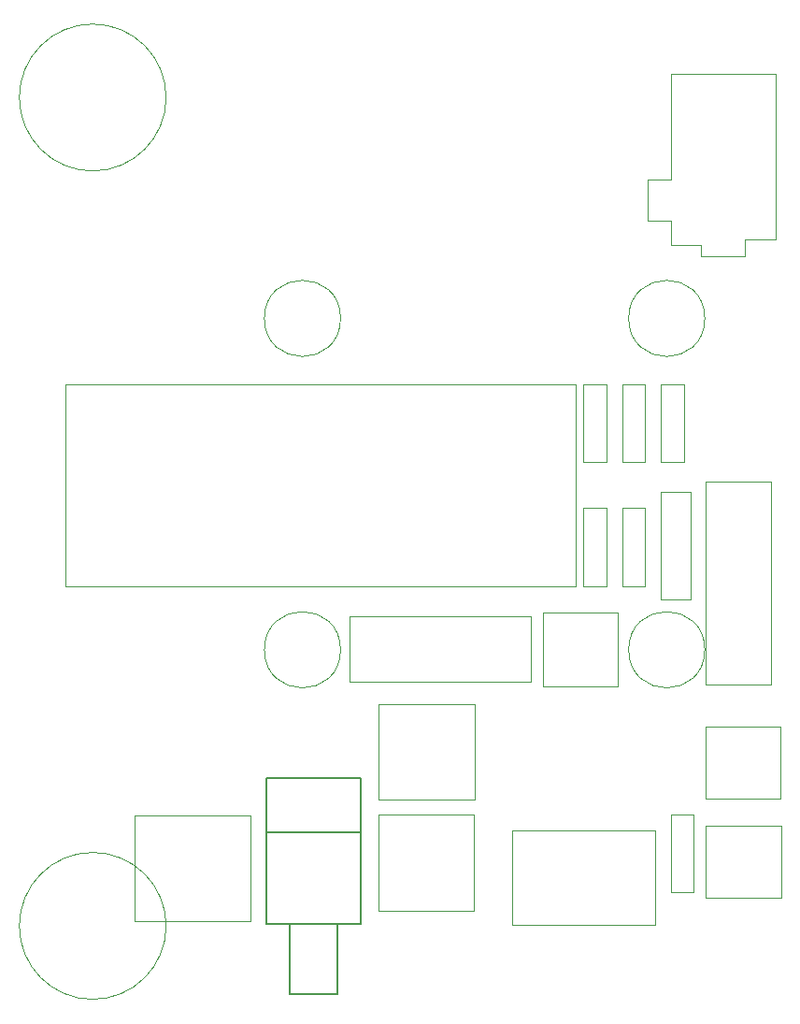
<source format=gbr>
G04 #@! TF.GenerationSoftware,KiCad,Pcbnew,(5.0.0)*
G04 #@! TF.CreationDate,2018-09-28T17:54:17+02:00*
G04 #@! TF.ProjectId,OpenSpritzer_1.02,4F70656E53707269747A65725F312E30,rev?*
G04 #@! TF.SameCoordinates,Original*
G04 #@! TF.FileFunction,Other,User*
%FSLAX46Y46*%
G04 Gerber Fmt 4.6, Leading zero omitted, Abs format (unit mm)*
G04 Created by KiCad (PCBNEW (5.0.0)) date 09/28/18 17:54:17*
%MOMM*%
%LPD*%
G01*
G04 APERTURE LIST*
%ADD10C,0.050000*%
%ADD11C,0.150000*%
G04 APERTURE END LIST*
D10*
G04 #@! TO.C,*
X152350000Y-72870000D02*
X161850000Y-72870000D01*
X152350000Y-82440000D02*
X152350000Y-72870000D01*
X150300000Y-82440000D02*
X152350000Y-82440000D01*
X150300000Y-82440000D02*
X150300000Y-86150000D01*
X152350000Y-86150000D02*
X150350000Y-86150000D01*
X152350000Y-88380000D02*
X152350000Y-86150000D01*
X155100000Y-88380000D02*
X152350000Y-88380000D01*
X155100000Y-89350000D02*
X155100000Y-88380000D01*
X159100000Y-89350000D02*
X155100000Y-89350000D01*
X159100000Y-87870000D02*
X159100000Y-89350000D01*
X161600000Y-87870000D02*
X159100000Y-87870000D01*
X161850000Y-87870000D02*
X161850000Y-72870000D01*
X161600000Y-87870000D02*
X161850000Y-87870000D01*
X150925000Y-141400000D02*
X137975000Y-141400000D01*
X137975000Y-141400000D02*
X137975000Y-149900000D01*
X137975000Y-149900000D02*
X150925000Y-149900000D01*
X150925000Y-141400000D02*
X150925000Y-149900000D01*
X106650000Y-150000000D02*
G75*
G03X106650000Y-150000000I-6650000J0D01*
G01*
X106650000Y-75000000D02*
G75*
G03X106650000Y-75000000I-6650000J0D01*
G01*
X139650000Y-127900000D02*
X139650000Y-122000000D01*
X139650000Y-122000000D02*
X123250000Y-122000000D01*
X123250000Y-122000000D02*
X123250000Y-127900000D01*
X123250000Y-127900000D02*
X139650000Y-127900000D01*
D11*
X115720000Y-141500000D02*
X124280000Y-141500000D01*
X122150000Y-149800000D02*
X122150000Y-156150000D01*
X117850000Y-156150000D02*
X122150000Y-156150000D01*
X117850000Y-149800000D02*
X117850000Y-156150000D01*
X115720000Y-136650000D02*
X115720000Y-149800000D01*
X124280000Y-136650000D02*
X124280000Y-149800000D01*
X115720000Y-136650000D02*
X124280000Y-136650000D01*
X115720000Y-149800000D02*
X124280000Y-149800000D01*
D10*
X125850000Y-148650000D02*
X134550000Y-148650000D01*
X134550000Y-148650000D02*
X134550000Y-139950000D01*
X134550000Y-139950000D02*
X125850000Y-139950000D01*
X125850000Y-139950000D02*
X125850000Y-148650000D01*
X146550000Y-108030000D02*
X146550000Y-100950000D01*
X144450000Y-108030000D02*
X146550000Y-108030000D01*
X144450000Y-100950000D02*
X144450000Y-108030000D01*
X146550000Y-100950000D02*
X144450000Y-100950000D01*
X150050000Y-108030000D02*
X150050000Y-100950000D01*
X147950000Y-108030000D02*
X150050000Y-108030000D01*
X147950000Y-100950000D02*
X147950000Y-108030000D01*
X150050000Y-100950000D02*
X147950000Y-100950000D01*
X153550000Y-108030000D02*
X153550000Y-100950000D01*
X151450000Y-108030000D02*
X153550000Y-108030000D01*
X151450000Y-100950000D02*
X151450000Y-108030000D01*
X153550000Y-100950000D02*
X151450000Y-100950000D01*
X147950000Y-112170000D02*
X147950000Y-119250000D01*
X150050000Y-112170000D02*
X147950000Y-112170000D01*
X150050000Y-119250000D02*
X150050000Y-112170000D01*
X147950000Y-119250000D02*
X150050000Y-119250000D01*
X144450000Y-112170000D02*
X144450000Y-119250000D01*
X146550000Y-112170000D02*
X144450000Y-112170000D01*
X146550000Y-119250000D02*
X146550000Y-112170000D01*
X144450000Y-119250000D02*
X146550000Y-119250000D01*
X125900000Y-138600000D02*
X134600000Y-138600000D01*
X125900000Y-129900000D02*
X125900000Y-138600000D01*
X134600000Y-129900000D02*
X125900000Y-129900000D01*
X134600000Y-138600000D02*
X134600000Y-129900000D01*
X152350000Y-139895000D02*
X152350000Y-146975000D01*
X154450000Y-139895000D02*
X152350000Y-139895000D01*
X154450000Y-146975000D02*
X154450000Y-139895000D01*
X152350000Y-146975000D02*
X154450000Y-146975000D01*
X122450000Y-95000000D02*
G75*
G03X122450000Y-95000000I-3450000J0D01*
G01*
X122450000Y-125000000D02*
G75*
G03X122450000Y-125000000I-3450000J0D01*
G01*
X162345000Y-140905000D02*
X162345000Y-147485000D01*
X162345000Y-140905000D02*
X155505000Y-140905000D01*
X155505000Y-147485000D02*
X162345000Y-147485000D01*
X155505000Y-147485000D02*
X155505000Y-140905000D01*
X155480000Y-138510000D02*
X155480000Y-131930000D01*
X155480000Y-138510000D02*
X162320000Y-138510000D01*
X162320000Y-131930000D02*
X155480000Y-131930000D01*
X162320000Y-131930000D02*
X162320000Y-138510000D01*
X143760000Y-100970000D02*
X143760000Y-119250000D01*
X143760000Y-100970000D02*
X97540000Y-100970000D01*
X97540000Y-119250000D02*
X143760000Y-119250000D01*
X97540000Y-119250000D02*
X97540000Y-100970000D01*
X154150000Y-110700000D02*
X151450000Y-110700000D01*
X151450000Y-110700000D02*
X151450000Y-120450000D01*
X151450000Y-120450000D02*
X154150000Y-120450000D01*
X154150000Y-120450000D02*
X154150000Y-110700000D01*
X161425000Y-109800000D02*
X155525000Y-109800000D01*
X155525000Y-109800000D02*
X155525000Y-128150000D01*
X155525000Y-128150000D02*
X161425000Y-128150000D01*
X161425000Y-128150000D02*
X161425000Y-109800000D01*
X155450000Y-95000000D02*
G75*
G03X155450000Y-95000000I-3450000J0D01*
G01*
X147525000Y-128300000D02*
X147525000Y-121600000D01*
X147525000Y-121600000D02*
X140825000Y-121600000D01*
X140825000Y-121600000D02*
X140825000Y-128300000D01*
X140825000Y-128300000D02*
X147525000Y-128300000D01*
X114250000Y-149600000D02*
X114250000Y-140000000D01*
X114250000Y-140000000D02*
X103750000Y-140000000D01*
X103750000Y-140000000D02*
X103750000Y-149600000D01*
X103750000Y-149600000D02*
X114250000Y-149600000D01*
X155450000Y-125000000D02*
G75*
G03X155450000Y-125000000I-3450000J0D01*
G01*
G04 #@! TD*
M02*

</source>
